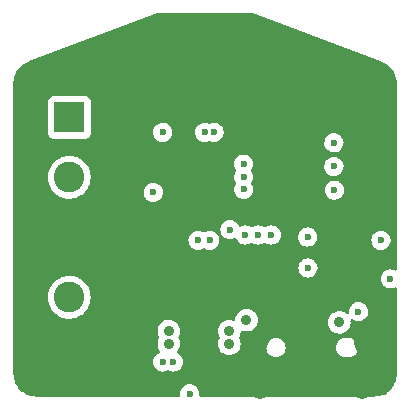
<source format=gbr>
%TF.GenerationSoftware,KiCad,Pcbnew,(6.0.0-0)*%
%TF.CreationDate,2022-12-06T19:34:54+01:00*%
%TF.ProjectId,esp32-led,65737033-322d-46c6-9564-2e6b69636164,rev?*%
%TF.SameCoordinates,Original*%
%TF.FileFunction,Copper,L2,Inr*%
%TF.FilePolarity,Positive*%
%FSLAX46Y46*%
G04 Gerber Fmt 4.6, Leading zero omitted, Abs format (unit mm)*
G04 Created by KiCad (PCBNEW (6.0.0-0)) date 2022-12-06 19:34:54*
%MOMM*%
%LPD*%
G01*
G04 APERTURE LIST*
%TA.AperFunction,ComponentPad*%
%ADD10R,2.600000X2.600000*%
%TD*%
%TA.AperFunction,ComponentPad*%
%ADD11C,2.600000*%
%TD*%
%TA.AperFunction,ComponentPad*%
%ADD12C,0.600000*%
%TD*%
%TA.AperFunction,ComponentPad*%
%ADD13C,4.400000*%
%TD*%
%TA.AperFunction,ComponentPad*%
%ADD14O,1.300000X2.300000*%
%TD*%
%TA.AperFunction,ComponentPad*%
%ADD15O,1.300000X2.600000*%
%TD*%
%TA.AperFunction,ViaPad*%
%ADD16C,0.600000*%
%TD*%
%TA.AperFunction,ViaPad*%
%ADD17C,0.685800*%
%TD*%
%TA.AperFunction,ViaPad*%
%ADD18C,0.889000*%
%TD*%
G04 APERTURE END LIST*
D10*
%TO.N,+5V*%
%TO.C,J2*%
X10795000Y25360000D03*
D11*
%TO.N,GPIO26*%
X10795000Y20280000D03*
%TO.N,GND*%
X10795000Y15200000D03*
%TO.N,+5V*%
X10795000Y10120000D03*
%TO.N,GND*%
X10795000Y5040000D03*
%TD*%
D12*
%TO.N,GND*%
%TO.C,U1*%
X34730000Y13650000D03*
X33980000Y12900000D03*
X33230000Y13650000D03*
X33230000Y12150000D03*
X34730000Y12150000D03*
%TD*%
D13*
%TO.N,GND*%
%TO.C,H1*%
X18300000Y31700000D03*
%TD*%
D14*
%TO.N,GND*%
%TO.C,J1*%
X35620000Y6575000D03*
D15*
X35620000Y2750000D03*
X26980000Y2750000D03*
D14*
X26980000Y6575000D03*
%TD*%
D12*
%TO.N,GND*%
%TO.C,IC1*%
X21925000Y18450000D03*
X20925000Y20450000D03*
X21925000Y19450000D03*
X22925000Y19450000D03*
X21925000Y20450000D03*
X22925000Y20450000D03*
X20925000Y19450000D03*
X20925000Y18450000D03*
X22925000Y18450000D03*
%TD*%
D13*
%TO.N,GND*%
%TO.C,H2*%
X26300000Y31700000D03*
%TD*%
D16*
%TO.N,GND*%
X37400000Y2100000D03*
X19450000Y14800000D03*
X23650000Y3900000D03*
X19450000Y13900000D03*
X37400000Y6750000D03*
X29400000Y13200000D03*
X23650000Y2800000D03*
D17*
X26390000Y27100000D03*
D16*
X29400000Y14000000D03*
X17200000Y4950000D03*
X26250000Y12650000D03*
D17*
X26390000Y25100000D03*
D16*
X37080000Y9800000D03*
%TO.N,EN*%
X18700000Y4650000D03*
X18700000Y24100000D03*
%TO.N,+3V3*%
X25550000Y20325000D03*
X26800000Y15400000D03*
X23050000Y24100000D03*
X37180000Y14950000D03*
X25700000Y15400000D03*
X22250000Y24100000D03*
X24400000Y15850000D03*
X37980000Y11680000D03*
X27900000Y15400000D03*
X17900000Y19000000D03*
X25550000Y21400000D03*
X33200000Y23200000D03*
X25560000Y19275000D03*
X35280000Y8900000D03*
%TO.N,SCL*%
X33250000Y19200000D03*
X21700000Y14950000D03*
%TO.N,SDA*%
X22700000Y14950000D03*
X33200000Y21200000D03*
D18*
%TO.N,+5V*%
X19225000Y7275000D03*
X19225000Y6200000D03*
%TO.N,/5V to 3.3V Power/VBUS*%
X24350000Y7250000D03*
X24350000Y6175000D03*
X33650000Y8000000D03*
X25800000Y8200000D03*
D16*
%TO.N,/USB to UART /RTS*%
X19600000Y4650000D03*
X30975000Y15225000D03*
%TO.N,/USB to UART /DTR*%
X31000000Y12600000D03*
X21000000Y1950000D03*
%TD*%
%TA.AperFunction,Conductor*%
%TO.N,GND*%
G36*
X26000703Y34190500D02*
G01*
X26015504Y34188195D01*
X26015507Y34188195D01*
X26024376Y34186814D01*
X26033278Y34187978D01*
X26033283Y34187978D01*
X26044483Y34189443D01*
X26066510Y34190378D01*
X26103337Y34188713D01*
X26204738Y34184128D01*
X26216057Y34183103D01*
X26346817Y34165267D01*
X26383092Y34160319D01*
X26394288Y34158273D01*
X26558576Y34120511D01*
X26569539Y34117464D01*
X26693994Y34076730D01*
X26716963Y34066579D01*
X26727464Y34060623D01*
X26736199Y34058564D01*
X26736202Y34058563D01*
X26758406Y34053330D01*
X26774061Y34048548D01*
X36638441Y30318732D01*
X37208382Y30103232D01*
X37225976Y30094976D01*
X37246816Y30083156D01*
X37255551Y30081097D01*
X37255554Y30081096D01*
X37263655Y30079187D01*
X37286351Y30071496D01*
X37467181Y29990318D01*
X37480671Y29983253D01*
X37673749Y29866756D01*
X37686288Y29858116D01*
X37863887Y29719190D01*
X37875293Y29709100D01*
X38034843Y29549757D01*
X38044948Y29538365D01*
X38184113Y29360933D01*
X38192769Y29348405D01*
X38309510Y29155489D01*
X38316592Y29142008D01*
X38409208Y28936416D01*
X38414609Y28922188D01*
X38481749Y28706916D01*
X38485395Y28692140D01*
X38526075Y28470340D01*
X38527912Y28455224D01*
X38539453Y28264592D01*
X38538199Y28237947D01*
X38538196Y28237677D01*
X38536814Y28228803D01*
X38537978Y28219901D01*
X38537978Y28219898D01*
X38540936Y28197282D01*
X38542000Y28180944D01*
X38542000Y12510157D01*
X38521998Y12442036D01*
X38468342Y12395543D01*
X38398068Y12385439D01*
X38348487Y12403771D01*
X38347127Y12404634D01*
X38336666Y12411273D01*
X38300486Y12424156D01*
X38172425Y12469757D01*
X38172420Y12469758D01*
X38165790Y12472119D01*
X38158802Y12472952D01*
X38158799Y12472953D01*
X38035698Y12487632D01*
X37985680Y12493596D01*
X37978677Y12492860D01*
X37978676Y12492860D01*
X37812288Y12475372D01*
X37812286Y12475371D01*
X37805288Y12474636D01*
X37633579Y12416182D01*
X37583607Y12385439D01*
X37485095Y12324834D01*
X37485092Y12324832D01*
X37479088Y12321138D01*
X37474053Y12316207D01*
X37474050Y12316205D01*
X37354525Y12199157D01*
X37349493Y12194229D01*
X37251235Y12041762D01*
X37248826Y12035142D01*
X37248824Y12035139D01*
X37191606Y11877934D01*
X37189197Y11871315D01*
X37166463Y11691360D01*
X37184163Y11510840D01*
X37241418Y11338727D01*
X37335380Y11183576D01*
X37461382Y11053098D01*
X37613159Y10953778D01*
X37619763Y10951322D01*
X37619765Y10951321D01*
X37776558Y10893010D01*
X37776560Y10893010D01*
X37783168Y10890552D01*
X37866995Y10879367D01*
X37955980Y10867493D01*
X37955984Y10867493D01*
X37962961Y10866562D01*
X37969972Y10867200D01*
X37969976Y10867200D01*
X38112459Y10880168D01*
X38143600Y10883002D01*
X38150302Y10885180D01*
X38150304Y10885180D01*
X38309409Y10936876D01*
X38309412Y10936877D01*
X38316108Y10939053D01*
X38351484Y10960142D01*
X38420237Y10977841D01*
X38487646Y10955559D01*
X38532309Y10900371D01*
X38542000Y10851912D01*
X38542000Y3749328D01*
X38540500Y3729944D01*
X38536814Y3706270D01*
X38538941Y3690001D01*
X38539734Y3665433D01*
X38525498Y3448234D01*
X38523347Y3431894D01*
X38475735Y3192530D01*
X38471471Y3176617D01*
X38436550Y3073743D01*
X38393023Y2945516D01*
X38386716Y2930290D01*
X38278776Y2711408D01*
X38270535Y2697134D01*
X38134950Y2494217D01*
X38124917Y2481142D01*
X37964002Y2297653D01*
X37952347Y2285998D01*
X37768858Y2125083D01*
X37755783Y2115050D01*
X37552866Y1979465D01*
X37538592Y1971224D01*
X37319710Y1863284D01*
X37304486Y1856978D01*
X37073383Y1778529D01*
X37057473Y1774266D01*
X36937788Y1750459D01*
X36818106Y1726653D01*
X36801766Y1724502D01*
X36591732Y1710736D01*
X36568696Y1711761D01*
X36565146Y1711804D01*
X36556270Y1713186D01*
X36527762Y1709458D01*
X36524749Y1709064D01*
X36508411Y1708000D01*
X21927427Y1708000D01*
X21859306Y1728002D01*
X21812813Y1781658D01*
X21802653Y1851535D01*
X21813299Y1927283D01*
X21813616Y1950000D01*
X21793397Y2130255D01*
X21791080Y2136909D01*
X21736064Y2294894D01*
X21736062Y2294897D01*
X21733745Y2301552D01*
X21637626Y2455376D01*
X21623941Y2469157D01*
X21514778Y2579085D01*
X21514774Y2579088D01*
X21509815Y2584082D01*
X21498697Y2591138D01*
X21450538Y2621700D01*
X21356666Y2681273D01*
X21292841Y2704000D01*
X21192425Y2739757D01*
X21192420Y2739758D01*
X21185790Y2742119D01*
X21178802Y2742952D01*
X21178799Y2742953D01*
X21055698Y2757632D01*
X21005680Y2763596D01*
X20998677Y2762860D01*
X20998676Y2762860D01*
X20832288Y2745372D01*
X20832286Y2745371D01*
X20825288Y2744636D01*
X20653579Y2686182D01*
X20647575Y2682488D01*
X20505095Y2594834D01*
X20505092Y2594832D01*
X20499088Y2591138D01*
X20494053Y2586207D01*
X20494050Y2586205D01*
X20393100Y2487347D01*
X20369493Y2464229D01*
X20271235Y2311762D01*
X20268826Y2305142D01*
X20268824Y2305139D01*
X20211606Y2147934D01*
X20209197Y2141315D01*
X20186463Y1961360D01*
X20190189Y1923363D01*
X20197745Y1846295D01*
X20184485Y1776548D01*
X20135623Y1725041D01*
X20072346Y1708000D01*
X8099328Y1708000D01*
X8079943Y1709500D01*
X8065142Y1711805D01*
X8065139Y1711805D01*
X8056270Y1713186D01*
X8040001Y1711059D01*
X8015433Y1710266D01*
X7798234Y1724502D01*
X7781894Y1726653D01*
X7662212Y1750459D01*
X7542527Y1774266D01*
X7526617Y1778529D01*
X7295514Y1856978D01*
X7280290Y1863284D01*
X7061408Y1971224D01*
X7047134Y1979465D01*
X6844217Y2115050D01*
X6831142Y2125083D01*
X6647653Y2285998D01*
X6635998Y2297653D01*
X6475083Y2481142D01*
X6465050Y2494217D01*
X6329465Y2697134D01*
X6321224Y2711408D01*
X6213284Y2930290D01*
X6206977Y2945516D01*
X6163450Y3073743D01*
X6128529Y3176617D01*
X6124265Y3192530D01*
X6076653Y3431894D01*
X6074502Y3448234D01*
X6060974Y3654624D01*
X6062147Y3677782D01*
X6061829Y3677811D01*
X6062264Y3682667D01*
X6063071Y3687461D01*
X6063224Y3700000D01*
X6059273Y3727588D01*
X6058000Y3745451D01*
X6058000Y4661360D01*
X17886463Y4661360D01*
X17904163Y4480840D01*
X17961418Y4308727D01*
X17965065Y4302705D01*
X17965066Y4302703D01*
X17975978Y4284686D01*
X18055380Y4153576D01*
X18181382Y4023098D01*
X18187278Y4019240D01*
X18312607Y3937227D01*
X18333159Y3923778D01*
X18339763Y3921322D01*
X18339765Y3921321D01*
X18496558Y3863010D01*
X18496560Y3863010D01*
X18503168Y3860552D01*
X18586995Y3849367D01*
X18675980Y3837493D01*
X18675984Y3837493D01*
X18682961Y3836562D01*
X18689972Y3837200D01*
X18689976Y3837200D01*
X18832459Y3850168D01*
X18863600Y3853002D01*
X18870302Y3855180D01*
X18870304Y3855180D01*
X19029409Y3906876D01*
X19029412Y3906877D01*
X19036108Y3909053D01*
X19083370Y3937227D01*
X19152125Y3954927D01*
X19216881Y3934430D01*
X19233159Y3923778D01*
X19239763Y3921322D01*
X19239765Y3921321D01*
X19396558Y3863010D01*
X19396560Y3863010D01*
X19403168Y3860552D01*
X19486995Y3849367D01*
X19575980Y3837493D01*
X19575984Y3837493D01*
X19582961Y3836562D01*
X19589972Y3837200D01*
X19589976Y3837200D01*
X19732459Y3850168D01*
X19763600Y3853002D01*
X19770302Y3855180D01*
X19770304Y3855180D01*
X19929409Y3906876D01*
X19929412Y3906877D01*
X19936108Y3909053D01*
X20091912Y4001931D01*
X20223266Y4127018D01*
X20323643Y4278098D01*
X20388055Y4447662D01*
X20389035Y4454634D01*
X20412748Y4623361D01*
X20412748Y4623364D01*
X20413299Y4627283D01*
X20413616Y4650000D01*
X20393397Y4830255D01*
X20391080Y4836909D01*
X20336064Y4994894D01*
X20336062Y4994897D01*
X20333745Y5001552D01*
X20299346Y5056603D01*
X20241359Y5149402D01*
X20237626Y5155376D01*
X20223941Y5169157D01*
X20114778Y5279085D01*
X20114774Y5279088D01*
X20109815Y5284082D01*
X20098697Y5291138D01*
X19964011Y5376612D01*
X19917212Y5430001D01*
X19906707Y5500216D01*
X19936143Y5565327D01*
X20007507Y5648002D01*
X20099821Y5810505D01*
X20114091Y5853400D01*
X20148551Y5956991D01*
X20158814Y5987843D01*
X20165709Y6042425D01*
X20181796Y6169759D01*
X20181797Y6169768D01*
X20182238Y6173262D01*
X20182449Y6188370D01*
X23392482Y6188370D01*
X23392998Y6182226D01*
X23406813Y6017712D01*
X23408121Y6002133D01*
X23459636Y5822480D01*
X23545064Y5656254D01*
X23548887Y5651430D01*
X23548890Y5651426D01*
X23584351Y5606686D01*
X23661152Y5509788D01*
X23665846Y5505793D01*
X23767189Y5419543D01*
X23803478Y5388658D01*
X23966621Y5297481D01*
X24144367Y5239728D01*
X24329945Y5217599D01*
X24336080Y5218071D01*
X24336082Y5218071D01*
X24392119Y5222383D01*
X24516287Y5231937D01*
X24696296Y5282196D01*
X24701785Y5284969D01*
X24701791Y5284971D01*
X24811094Y5340185D01*
X24863114Y5366462D01*
X24876106Y5376612D01*
X24931054Y5419543D01*
X25010387Y5481525D01*
X25014413Y5486189D01*
X25014416Y5486192D01*
X25128480Y5618337D01*
X25132507Y5623002D01*
X25224821Y5785505D01*
X25231356Y5805148D01*
X25248166Y5855680D01*
X27486404Y5855680D01*
X27487140Y5848677D01*
X27487140Y5848676D01*
X27487842Y5842003D01*
X27505364Y5675288D01*
X27563818Y5503579D01*
X27567512Y5497575D01*
X27645841Y5370254D01*
X27658862Y5349088D01*
X27663793Y5344053D01*
X27663795Y5344050D01*
X27725988Y5280541D01*
X27785771Y5219493D01*
X27938238Y5121235D01*
X27944858Y5118826D01*
X27944861Y5118824D01*
X28102066Y5061606D01*
X28108685Y5059197D01*
X28248769Y5041500D01*
X28345610Y5041500D01*
X28480255Y5056603D01*
X28494622Y5061606D01*
X28644894Y5113936D01*
X28644897Y5113938D01*
X28651552Y5116255D01*
X28659522Y5121235D01*
X28799402Y5208641D01*
X28805376Y5212374D01*
X28826744Y5233593D01*
X28929085Y5335222D01*
X28929088Y5335226D01*
X28934082Y5340185D01*
X28963273Y5386182D01*
X29021371Y5477731D01*
X29031273Y5493334D01*
X29071636Y5606686D01*
X29089757Y5657575D01*
X29089758Y5657580D01*
X29092119Y5664210D01*
X29094152Y5681254D01*
X29112762Y5837327D01*
X29113596Y5844320D01*
X29112402Y5855680D01*
X33361404Y5855680D01*
X33362140Y5848677D01*
X33362140Y5848676D01*
X33362842Y5842003D01*
X33380364Y5675288D01*
X33438818Y5503579D01*
X33442512Y5497575D01*
X33520841Y5370254D01*
X33533862Y5349088D01*
X33538793Y5344053D01*
X33538795Y5344050D01*
X33600988Y5280541D01*
X33660771Y5219493D01*
X33813238Y5121235D01*
X33819858Y5118826D01*
X33819861Y5118824D01*
X33977066Y5061606D01*
X33983685Y5059197D01*
X34123769Y5041500D01*
X34470610Y5041500D01*
X34605255Y5056603D01*
X34619622Y5061606D01*
X34769894Y5113936D01*
X34769897Y5113938D01*
X34776552Y5116255D01*
X34784522Y5121235D01*
X34924402Y5208641D01*
X34930376Y5212374D01*
X34951744Y5233593D01*
X35054085Y5335222D01*
X35054088Y5335226D01*
X35059082Y5340185D01*
X35088273Y5386182D01*
X35146371Y5477731D01*
X35156273Y5493334D01*
X35196636Y5606686D01*
X35214757Y5657575D01*
X35214758Y5657580D01*
X35217119Y5664210D01*
X35219152Y5681254D01*
X35237762Y5837327D01*
X35238596Y5844320D01*
X35226139Y5962843D01*
X35220372Y6017712D01*
X35220371Y6017714D01*
X35219636Y6024712D01*
X35161182Y6196421D01*
X35066138Y6350912D01*
X35061207Y6355947D01*
X35061205Y6355950D01*
X34944157Y6475475D01*
X34944156Y6475476D01*
X34939229Y6480507D01*
X34786762Y6578765D01*
X34780142Y6581174D01*
X34780139Y6581176D01*
X34622934Y6638394D01*
X34622933Y6638394D01*
X34616315Y6640803D01*
X34476231Y6658500D01*
X34129390Y6658500D01*
X33994745Y6643397D01*
X33988092Y6641080D01*
X33988091Y6641080D01*
X33830106Y6586064D01*
X33830103Y6586062D01*
X33823448Y6583745D01*
X33817469Y6580009D01*
X33783875Y6559017D01*
X33669624Y6487626D01*
X33664628Y6482665D01*
X33664627Y6482664D01*
X33545915Y6364778D01*
X33545912Y6364774D01*
X33540918Y6359815D01*
X33443727Y6206666D01*
X33441362Y6200024D01*
X33385243Y6042425D01*
X33385242Y6042420D01*
X33382881Y6035790D01*
X33382048Y6028802D01*
X33382047Y6028799D01*
X33373485Y5956991D01*
X33361404Y5855680D01*
X29112402Y5855680D01*
X29101139Y5962843D01*
X29095372Y6017712D01*
X29095371Y6017714D01*
X29094636Y6024712D01*
X29036182Y6196421D01*
X28941138Y6350912D01*
X28936207Y6355947D01*
X28936205Y6355950D01*
X28819157Y6475475D01*
X28819156Y6475476D01*
X28814229Y6480507D01*
X28661762Y6578765D01*
X28655142Y6581174D01*
X28655139Y6581176D01*
X28497934Y6638394D01*
X28497933Y6638394D01*
X28491315Y6640803D01*
X28351231Y6658500D01*
X28254390Y6658500D01*
X28119745Y6643397D01*
X28113092Y6641080D01*
X28113091Y6641080D01*
X27955106Y6586064D01*
X27955103Y6586062D01*
X27948448Y6583745D01*
X27942469Y6580009D01*
X27908875Y6559017D01*
X27794624Y6487626D01*
X27789628Y6482665D01*
X27789627Y6482664D01*
X27670915Y6364778D01*
X27670912Y6364774D01*
X27665918Y6359815D01*
X27568727Y6206666D01*
X27566362Y6200024D01*
X27510243Y6042425D01*
X27510242Y6042420D01*
X27507881Y6035790D01*
X27507048Y6028802D01*
X27507047Y6028799D01*
X27498485Y5956991D01*
X27486404Y5855680D01*
X25248166Y5855680D01*
X25281867Y5956991D01*
X25283814Y5962843D01*
X25292472Y6031376D01*
X25306796Y6144759D01*
X25306797Y6144768D01*
X25307238Y6148262D01*
X25307611Y6175000D01*
X25289373Y6361001D01*
X25285419Y6374099D01*
X25252140Y6484323D01*
X25235355Y6539917D01*
X25174734Y6653930D01*
X25160415Y6723468D01*
X25176429Y6775319D01*
X25221778Y6855148D01*
X25221779Y6855149D01*
X25224821Y6860505D01*
X25231356Y6880148D01*
X25281867Y7031991D01*
X25283814Y7037843D01*
X25304502Y7201602D01*
X25332884Y7266679D01*
X25391944Y7306080D01*
X25468443Y7305643D01*
X25594367Y7264728D01*
X25779945Y7242599D01*
X25786080Y7243071D01*
X25786082Y7243071D01*
X25853543Y7248262D01*
X25966287Y7256937D01*
X26146296Y7307196D01*
X26151785Y7309969D01*
X26151791Y7309971D01*
X26229159Y7349053D01*
X26313114Y7391462D01*
X26460387Y7506525D01*
X26464413Y7511189D01*
X26464416Y7511192D01*
X26578480Y7643337D01*
X26582507Y7648002D01*
X26661947Y7787843D01*
X26671778Y7805148D01*
X26671779Y7805149D01*
X26674821Y7810505D01*
X26678225Y7820736D01*
X26717250Y7938050D01*
X26733814Y7987843D01*
X26737039Y8013370D01*
X32692482Y8013370D01*
X32708121Y7827133D01*
X32709819Y7821212D01*
X32709819Y7821211D01*
X32716047Y7799493D01*
X32759636Y7647480D01*
X32781392Y7605148D01*
X32832077Y7506525D01*
X32845064Y7481254D01*
X32848887Y7476430D01*
X32848890Y7476426D01*
X32918433Y7388686D01*
X32961152Y7334788D01*
X32965846Y7330793D01*
X33060777Y7250000D01*
X33103478Y7213658D01*
X33266621Y7122481D01*
X33444367Y7064728D01*
X33629945Y7042599D01*
X33636080Y7043071D01*
X33636082Y7043071D01*
X33692119Y7047383D01*
X33816287Y7056937D01*
X33996296Y7107196D01*
X34001785Y7109969D01*
X34001791Y7109971D01*
X34079159Y7149053D01*
X34163114Y7191462D01*
X34191524Y7213658D01*
X34229499Y7243328D01*
X34310387Y7306525D01*
X34314413Y7311189D01*
X34314416Y7311192D01*
X34428480Y7443337D01*
X34432507Y7448002D01*
X34524821Y7610505D01*
X34532643Y7634017D01*
X34581867Y7781991D01*
X34583814Y7787843D01*
X34589553Y7833273D01*
X34606796Y7969759D01*
X34606797Y7969768D01*
X34607238Y7973262D01*
X34607611Y8000000D01*
X34594117Y8137619D01*
X34607376Y8207367D01*
X34656239Y8258874D01*
X34725191Y8275787D01*
X34788508Y8255347D01*
X34823288Y8232588D01*
X34895911Y8185065D01*
X34913159Y8173778D01*
X34919763Y8171322D01*
X34919765Y8171321D01*
X35076558Y8113010D01*
X35076560Y8113010D01*
X35083168Y8110552D01*
X35166995Y8099367D01*
X35255980Y8087493D01*
X35255984Y8087493D01*
X35262961Y8086562D01*
X35269972Y8087200D01*
X35269976Y8087200D01*
X35412459Y8100168D01*
X35443600Y8103002D01*
X35450302Y8105180D01*
X35450304Y8105180D01*
X35609409Y8156876D01*
X35609412Y8156877D01*
X35616108Y8159053D01*
X35771912Y8251931D01*
X35903266Y8377018D01*
X36003643Y8528098D01*
X36045423Y8638083D01*
X36065555Y8691080D01*
X36065556Y8691082D01*
X36068055Y8697662D01*
X36074139Y8740950D01*
X36092748Y8873361D01*
X36092748Y8873364D01*
X36093299Y8877283D01*
X36093616Y8900000D01*
X36073397Y9080255D01*
X36071080Y9086909D01*
X36016064Y9244894D01*
X36016062Y9244897D01*
X36013745Y9251552D01*
X35917626Y9405376D01*
X35903941Y9419157D01*
X35794778Y9529085D01*
X35794774Y9529088D01*
X35789815Y9534082D01*
X35778697Y9541138D01*
X35730538Y9571700D01*
X35636666Y9631273D01*
X35607463Y9641672D01*
X35472425Y9689757D01*
X35472420Y9689758D01*
X35465790Y9692119D01*
X35458802Y9692952D01*
X35458799Y9692953D01*
X35335698Y9707632D01*
X35285680Y9713596D01*
X35278677Y9712860D01*
X35278676Y9712860D01*
X35112288Y9695372D01*
X35112286Y9695371D01*
X35105288Y9694636D01*
X34933579Y9636182D01*
X34927575Y9632488D01*
X34785095Y9544834D01*
X34785092Y9544832D01*
X34779088Y9541138D01*
X34774053Y9536207D01*
X34774050Y9536205D01*
X34736795Y9499722D01*
X34649493Y9414229D01*
X34551235Y9261762D01*
X34548826Y9255142D01*
X34548824Y9255139D01*
X34506442Y9138696D01*
X34489197Y9091315D01*
X34466463Y8911360D01*
X34469265Y8882786D01*
X34473969Y8834805D01*
X34460709Y8765058D01*
X34411846Y8713551D01*
X34342894Y8696638D01*
X34275743Y8719688D01*
X34268255Y8725425D01*
X34261710Y8730840D01*
X34220347Y8765058D01*
X34190239Y8789966D01*
X34190236Y8789968D01*
X34185489Y8793895D01*
X34021089Y8882786D01*
X33906188Y8918354D01*
X33848441Y8936230D01*
X33848438Y8936231D01*
X33842554Y8938052D01*
X33836429Y8938696D01*
X33836428Y8938696D01*
X33662813Y8956944D01*
X33662812Y8956944D01*
X33656685Y8957588D01*
X33538087Y8946794D01*
X33476703Y8941208D01*
X33476702Y8941208D01*
X33470562Y8940649D01*
X33464648Y8938908D01*
X33464646Y8938908D01*
X33371047Y8911360D01*
X33291273Y8887881D01*
X33285808Y8885024D01*
X33180529Y8829986D01*
X33125647Y8801295D01*
X32979995Y8684187D01*
X32859862Y8541019D01*
X32856899Y8535630D01*
X32856896Y8535625D01*
X32786229Y8407081D01*
X32769826Y8377243D01*
X32767965Y8371376D01*
X32767964Y8371374D01*
X32765916Y8364917D01*
X32713315Y8199099D01*
X32692482Y8013370D01*
X26737039Y8013370D01*
X26741830Y8051295D01*
X26756796Y8169759D01*
X26756797Y8169768D01*
X26757238Y8173262D01*
X26757611Y8200000D01*
X26739373Y8386001D01*
X26735419Y8399099D01*
X26701530Y8511343D01*
X26685355Y8564917D01*
X26597615Y8729934D01*
X26592974Y8735625D01*
X26483388Y8869990D01*
X26483385Y8869993D01*
X26479493Y8874765D01*
X26474744Y8878694D01*
X26340239Y8989966D01*
X26340236Y8989968D01*
X26335489Y8993895D01*
X26171089Y9082786D01*
X26081821Y9110419D01*
X25998441Y9136230D01*
X25998438Y9136231D01*
X25992554Y9138052D01*
X25986429Y9138696D01*
X25986428Y9138696D01*
X25812813Y9156944D01*
X25812812Y9156944D01*
X25806685Y9157588D01*
X25688087Y9146794D01*
X25626703Y9141208D01*
X25626702Y9141208D01*
X25620562Y9140649D01*
X25614648Y9138908D01*
X25614646Y9138908D01*
X25492466Y9102948D01*
X25441273Y9087881D01*
X25275647Y9001295D01*
X25129995Y8884187D01*
X25009862Y8741019D01*
X25006899Y8735630D01*
X25006896Y8735625D01*
X24963017Y8655808D01*
X24919826Y8577243D01*
X24917965Y8571376D01*
X24917964Y8571374D01*
X24904236Y8528098D01*
X24863315Y8399099D01*
X24860838Y8377018D01*
X24846650Y8250531D01*
X24819179Y8185065D01*
X24760675Y8144843D01*
X24684178Y8144212D01*
X24542554Y8188052D01*
X24536429Y8188696D01*
X24536428Y8188696D01*
X24362813Y8206944D01*
X24362812Y8206944D01*
X24356685Y8207588D01*
X24238087Y8196794D01*
X24176703Y8191208D01*
X24176702Y8191208D01*
X24170562Y8190649D01*
X24164648Y8188908D01*
X24164646Y8188908D01*
X24099584Y8169759D01*
X23991273Y8137881D01*
X23985808Y8135024D01*
X23851798Y8064966D01*
X23825647Y8051295D01*
X23679995Y7934187D01*
X23559862Y7791019D01*
X23556899Y7785630D01*
X23556896Y7785625D01*
X23486536Y7657638D01*
X23469826Y7627243D01*
X23413315Y7449099D01*
X23392482Y7263370D01*
X23392998Y7257226D01*
X23406022Y7102133D01*
X23408121Y7077133D01*
X23459636Y6897480D01*
X23478638Y6860505D01*
X23525637Y6769054D01*
X23538984Y6699323D01*
X23523985Y6650760D01*
X23472794Y6557643D01*
X23472792Y6557638D01*
X23469826Y6552243D01*
X23413315Y6374099D01*
X23392482Y6188370D01*
X20182449Y6188370D01*
X20182611Y6200000D01*
X20164373Y6386001D01*
X20160419Y6399099D01*
X20134688Y6484323D01*
X20110355Y6564917D01*
X20049734Y6678930D01*
X20035415Y6748468D01*
X20051429Y6800319D01*
X20096778Y6880148D01*
X20096779Y6880149D01*
X20099821Y6885505D01*
X20114091Y6928400D01*
X20148551Y7031991D01*
X20158814Y7062843D01*
X20174712Y7188686D01*
X20181796Y7244759D01*
X20181797Y7244768D01*
X20182238Y7248262D01*
X20182611Y7275000D01*
X20164373Y7461001D01*
X20160419Y7474099D01*
X20115953Y7621374D01*
X20110355Y7639917D01*
X20022615Y7804934D01*
X20018720Y7809710D01*
X19908388Y7944990D01*
X19908385Y7944993D01*
X19904493Y7949765D01*
X19899744Y7953694D01*
X19765239Y8064966D01*
X19765236Y8064968D01*
X19760489Y8068895D01*
X19596089Y8157786D01*
X19496235Y8188696D01*
X19423441Y8211230D01*
X19423438Y8211231D01*
X19417554Y8213052D01*
X19411429Y8213696D01*
X19411428Y8213696D01*
X19237813Y8231944D01*
X19237812Y8231944D01*
X19231685Y8232588D01*
X19113087Y8221794D01*
X19051703Y8216208D01*
X19051702Y8216208D01*
X19045562Y8215649D01*
X19039648Y8213908D01*
X19039646Y8213908D01*
X18944827Y8186001D01*
X18866273Y8162881D01*
X18860808Y8160024D01*
X18721507Y8087200D01*
X18700647Y8076295D01*
X18554995Y7959187D01*
X18434862Y7816019D01*
X18431899Y7810630D01*
X18431896Y7810625D01*
X18416155Y7781991D01*
X18344826Y7652243D01*
X18342965Y7646376D01*
X18342964Y7646374D01*
X18340916Y7639917D01*
X18288315Y7474099D01*
X18267482Y7288370D01*
X18267998Y7282226D01*
X18282463Y7109971D01*
X18283121Y7102133D01*
X18334636Y6922480D01*
X18353638Y6885505D01*
X18400637Y6794054D01*
X18413984Y6724323D01*
X18398985Y6675760D01*
X18347794Y6582643D01*
X18347792Y6582638D01*
X18344826Y6577243D01*
X18288315Y6399099D01*
X18267482Y6213370D01*
X18267998Y6207226D01*
X18281837Y6042425D01*
X18283121Y6027133D01*
X18334636Y5847480D01*
X18420064Y5681254D01*
X18423887Y5676430D01*
X18423890Y5676426D01*
X18479166Y5606686D01*
X18505804Y5540876D01*
X18492633Y5471111D01*
X18443836Y5419543D01*
X18421027Y5409143D01*
X18353579Y5386182D01*
X18303048Y5355095D01*
X18205095Y5294834D01*
X18205092Y5294832D01*
X18199088Y5291138D01*
X18194053Y5286207D01*
X18194050Y5286205D01*
X18118657Y5212374D01*
X18069493Y5164229D01*
X17971235Y5011762D01*
X17968826Y5005142D01*
X17968824Y5005139D01*
X17911606Y4847934D01*
X17909197Y4841315D01*
X17886463Y4661360D01*
X6058000Y4661360D01*
X6058000Y10167474D01*
X8982050Y10167474D01*
X8994947Y9898981D01*
X9047388Y9635344D01*
X9138220Y9382354D01*
X9140432Y9378238D01*
X9140433Y9378235D01*
X9206844Y9254639D01*
X9265450Y9145569D01*
X9268241Y9141832D01*
X9268245Y9141825D01*
X9349887Y9032494D01*
X9426281Y8930190D01*
X9429590Y8926910D01*
X9429595Y8926904D01*
X9612352Y8745736D01*
X9617180Y8740950D01*
X9620942Y8738192D01*
X9620945Y8738189D01*
X9707445Y8674765D01*
X9833954Y8582005D01*
X9838089Y8579829D01*
X9838093Y8579827D01*
X10067698Y8459025D01*
X10071840Y8456846D01*
X10214346Y8407081D01*
X10316596Y8371374D01*
X10325613Y8368225D01*
X10330206Y8367353D01*
X10585109Y8318958D01*
X10585112Y8318958D01*
X10589698Y8318087D01*
X10717370Y8313071D01*
X10853625Y8307717D01*
X10853630Y8307717D01*
X10858293Y8307534D01*
X10962607Y8318958D01*
X11120844Y8336287D01*
X11120850Y8336288D01*
X11125497Y8336797D01*
X11232304Y8364917D01*
X11380918Y8404044D01*
X11380920Y8404045D01*
X11385441Y8405235D01*
X11389738Y8407081D01*
X11628120Y8509498D01*
X11628122Y8509499D01*
X11632414Y8511343D01*
X11751071Y8584770D01*
X11857017Y8650331D01*
X11857021Y8650334D01*
X11860990Y8652790D01*
X12066149Y8826470D01*
X12243382Y9028566D01*
X12276630Y9080255D01*
X12386269Y9250709D01*
X12388797Y9254639D01*
X12499199Y9499722D01*
X12536967Y9633638D01*
X12570893Y9753928D01*
X12570894Y9753931D01*
X12572163Y9758432D01*
X12590043Y9898981D01*
X12605688Y10021955D01*
X12605688Y10021959D01*
X12606086Y10025085D01*
X12608571Y10120000D01*
X12588650Y10388063D01*
X12529327Y10650237D01*
X12431902Y10900762D01*
X12298518Y11134136D01*
X12132105Y11345231D01*
X11936317Y11529409D01*
X11715457Y11682626D01*
X11711264Y11684694D01*
X11478564Y11799449D01*
X11478561Y11799450D01*
X11474376Y11801514D01*
X11469728Y11803002D01*
X11372621Y11834086D01*
X11218370Y11883462D01*
X11213763Y11884212D01*
X11213760Y11884213D01*
X10957674Y11925919D01*
X10957675Y11925919D01*
X10953063Y11926670D01*
X10822719Y11928376D01*
X10688961Y11930127D01*
X10688958Y11930127D01*
X10684284Y11930188D01*
X10417937Y11893940D01*
X10413451Y11892632D01*
X10413449Y11892632D01*
X10362000Y11877636D01*
X10159874Y11818722D01*
X9915763Y11706185D01*
X9911854Y11703622D01*
X9694881Y11561369D01*
X9694876Y11561365D01*
X9690968Y11558803D01*
X9490426Y11379812D01*
X9458615Y11341563D01*
X9327219Y11183576D01*
X9318544Y11173146D01*
X9316121Y11169153D01*
X9185428Y10953778D01*
X9179096Y10943344D01*
X9177287Y10939030D01*
X9177285Y10939026D01*
X9076957Y10699769D01*
X9075148Y10695455D01*
X9008981Y10434923D01*
X8982050Y10167474D01*
X6058000Y10167474D01*
X6058000Y12611360D01*
X30186463Y12611360D01*
X30204163Y12430840D01*
X30261418Y12258727D01*
X30265065Y12252705D01*
X30265066Y12252703D01*
X30304066Y12188307D01*
X30355380Y12103576D01*
X30481382Y11973098D01*
X30553479Y11925919D01*
X30617213Y11884213D01*
X30633159Y11873778D01*
X30639763Y11871322D01*
X30639765Y11871321D01*
X30796558Y11813010D01*
X30796560Y11813010D01*
X30803168Y11810552D01*
X30886379Y11799449D01*
X30975980Y11787493D01*
X30975984Y11787493D01*
X30982961Y11786562D01*
X30989972Y11787200D01*
X30989976Y11787200D01*
X31147250Y11801514D01*
X31163600Y11803002D01*
X31170302Y11805180D01*
X31170304Y11805180D01*
X31329409Y11856876D01*
X31329412Y11856877D01*
X31336108Y11859053D01*
X31448277Y11925919D01*
X31485860Y11948323D01*
X31485862Y11948324D01*
X31491912Y11951931D01*
X31623266Y12077018D01*
X31723643Y12228098D01*
X31788055Y12397662D01*
X31790977Y12418453D01*
X31812748Y12573361D01*
X31812748Y12573364D01*
X31813299Y12577283D01*
X31813616Y12600000D01*
X31793397Y12780255D01*
X31791080Y12786909D01*
X31736064Y12944894D01*
X31736062Y12944897D01*
X31733745Y12951552D01*
X31637626Y13105376D01*
X31623941Y13119157D01*
X31514778Y13229085D01*
X31514774Y13229088D01*
X31509815Y13234082D01*
X31498697Y13241138D01*
X31450538Y13271700D01*
X31356666Y13331273D01*
X31327463Y13341672D01*
X31192425Y13389757D01*
X31192420Y13389758D01*
X31185790Y13392119D01*
X31178802Y13392952D01*
X31178799Y13392953D01*
X31055698Y13407632D01*
X31005680Y13413596D01*
X30998677Y13412860D01*
X30998676Y13412860D01*
X30832288Y13395372D01*
X30832286Y13395371D01*
X30825288Y13394636D01*
X30653579Y13336182D01*
X30647575Y13332488D01*
X30505095Y13244834D01*
X30505092Y13244832D01*
X30499088Y13241138D01*
X30494053Y13236207D01*
X30494050Y13236205D01*
X30374525Y13119157D01*
X30369493Y13114229D01*
X30271235Y12961762D01*
X30268826Y12955142D01*
X30268824Y12955139D01*
X30211606Y12797934D01*
X30209197Y12791315D01*
X30186463Y12611360D01*
X6058000Y12611360D01*
X6058000Y14961360D01*
X20886463Y14961360D01*
X20904163Y14780840D01*
X20961418Y14608727D01*
X20965065Y14602705D01*
X20965066Y14602703D01*
X21036923Y14484053D01*
X21055380Y14453576D01*
X21060269Y14448513D01*
X21060270Y14448512D01*
X21095953Y14411562D01*
X21181382Y14323098D01*
X21333159Y14223778D01*
X21339763Y14221322D01*
X21339765Y14221321D01*
X21496558Y14163010D01*
X21496560Y14163010D01*
X21503168Y14160552D01*
X21586995Y14149367D01*
X21675980Y14137493D01*
X21675984Y14137493D01*
X21682961Y14136562D01*
X21689972Y14137200D01*
X21689976Y14137200D01*
X21832459Y14150168D01*
X21863600Y14153002D01*
X21870302Y14155180D01*
X21870304Y14155180D01*
X22029409Y14206876D01*
X22029412Y14206877D01*
X22036108Y14209053D01*
X22135701Y14268423D01*
X22204454Y14286122D01*
X22269211Y14265625D01*
X22333159Y14223778D01*
X22339763Y14221322D01*
X22339765Y14221321D01*
X22496558Y14163010D01*
X22496560Y14163010D01*
X22503168Y14160552D01*
X22586995Y14149367D01*
X22675980Y14137493D01*
X22675984Y14137493D01*
X22682961Y14136562D01*
X22689972Y14137200D01*
X22689976Y14137200D01*
X22832459Y14150168D01*
X22863600Y14153002D01*
X22870302Y14155180D01*
X22870304Y14155180D01*
X23029409Y14206876D01*
X23029412Y14206877D01*
X23036108Y14209053D01*
X23191912Y14301931D01*
X23323266Y14427018D01*
X23423643Y14578098D01*
X23470716Y14702018D01*
X23485555Y14741080D01*
X23485556Y14741082D01*
X23488055Y14747662D01*
X23491630Y14773098D01*
X23512748Y14923361D01*
X23512748Y14923364D01*
X23513299Y14927283D01*
X23513616Y14950000D01*
X23493397Y15130255D01*
X23491080Y15136909D01*
X23436064Y15294894D01*
X23436062Y15294897D01*
X23433745Y15301552D01*
X23388874Y15373361D01*
X23341359Y15449402D01*
X23337626Y15455376D01*
X23323941Y15469157D01*
X23214778Y15579085D01*
X23214774Y15579088D01*
X23209815Y15584082D01*
X23198935Y15590987D01*
X23150538Y15621700D01*
X23056666Y15681273D01*
X23027463Y15691672D01*
X22892425Y15739757D01*
X22892420Y15739758D01*
X22885790Y15742119D01*
X22878802Y15742952D01*
X22878799Y15742953D01*
X22755698Y15757632D01*
X22705680Y15763596D01*
X22698677Y15762860D01*
X22698676Y15762860D01*
X22532288Y15745372D01*
X22532286Y15745371D01*
X22525288Y15744636D01*
X22353579Y15686182D01*
X22265946Y15632269D01*
X22197447Y15613612D01*
X22132412Y15633203D01*
X22062620Y15677495D01*
X22062616Y15677497D01*
X22056666Y15681273D01*
X22027463Y15691672D01*
X21892425Y15739757D01*
X21892420Y15739758D01*
X21885790Y15742119D01*
X21878802Y15742952D01*
X21878799Y15742953D01*
X21755698Y15757632D01*
X21705680Y15763596D01*
X21698677Y15762860D01*
X21698676Y15762860D01*
X21532288Y15745372D01*
X21532286Y15745371D01*
X21525288Y15744636D01*
X21353579Y15686182D01*
X21347575Y15682488D01*
X21205095Y15594834D01*
X21205092Y15594832D01*
X21199088Y15591138D01*
X21194053Y15586207D01*
X21194050Y15586205D01*
X21108781Y15502703D01*
X21069493Y15464229D01*
X20971235Y15311762D01*
X20968826Y15305142D01*
X20968824Y15305139D01*
X20929960Y15198361D01*
X20909197Y15141315D01*
X20886463Y14961360D01*
X6058000Y14961360D01*
X6058000Y15861360D01*
X23586463Y15861360D01*
X23604163Y15680840D01*
X23661418Y15508727D01*
X23665065Y15502705D01*
X23665066Y15502703D01*
X23741023Y15377283D01*
X23755380Y15353576D01*
X23760269Y15348513D01*
X23760270Y15348512D01*
X23799845Y15307531D01*
X23881382Y15223098D01*
X23930311Y15191080D01*
X24019730Y15132566D01*
X24033159Y15123778D01*
X24039763Y15121322D01*
X24039765Y15121321D01*
X24196558Y15063010D01*
X24196560Y15063010D01*
X24203168Y15060552D01*
X24286995Y15049367D01*
X24375980Y15037493D01*
X24375984Y15037493D01*
X24382961Y15036562D01*
X24389972Y15037200D01*
X24389976Y15037200D01*
X24532459Y15050168D01*
X24563600Y15053002D01*
X24570302Y15055180D01*
X24570304Y15055180D01*
X24729409Y15106876D01*
X24729412Y15106877D01*
X24736108Y15109053D01*
X24775552Y15132567D01*
X24844305Y15150267D01*
X24911715Y15127986D01*
X24956378Y15072798D01*
X24958913Y15066021D01*
X24959194Y15065413D01*
X24961418Y15058727D01*
X24965065Y15052705D01*
X24965066Y15052703D01*
X25041023Y14927283D01*
X25055380Y14903576D01*
X25181382Y14773098D01*
X25333159Y14673778D01*
X25339763Y14671322D01*
X25339765Y14671321D01*
X25496558Y14613010D01*
X25496560Y14613010D01*
X25503168Y14610552D01*
X25586995Y14599367D01*
X25675980Y14587493D01*
X25675984Y14587493D01*
X25682961Y14586562D01*
X25689972Y14587200D01*
X25689976Y14587200D01*
X25832459Y14600168D01*
X25863600Y14603002D01*
X25870302Y14605180D01*
X25870304Y14605180D01*
X26029409Y14656876D01*
X26029412Y14656877D01*
X26036108Y14659053D01*
X26188031Y14749618D01*
X26256784Y14767317D01*
X26321538Y14746821D01*
X26433159Y14673778D01*
X26439763Y14671322D01*
X26439765Y14671321D01*
X26596558Y14613010D01*
X26596560Y14613010D01*
X26603168Y14610552D01*
X26686995Y14599367D01*
X26775980Y14587493D01*
X26775984Y14587493D01*
X26782961Y14586562D01*
X26789972Y14587200D01*
X26789976Y14587200D01*
X26932459Y14600168D01*
X26963600Y14603002D01*
X26970302Y14605180D01*
X26970304Y14605180D01*
X27129409Y14656876D01*
X27129412Y14656877D01*
X27136108Y14659053D01*
X27288031Y14749618D01*
X27356784Y14767317D01*
X27421538Y14746821D01*
X27533159Y14673778D01*
X27539763Y14671322D01*
X27539765Y14671321D01*
X27696558Y14613010D01*
X27696560Y14613010D01*
X27703168Y14610552D01*
X27786995Y14599367D01*
X27875980Y14587493D01*
X27875984Y14587493D01*
X27882961Y14586562D01*
X27889972Y14587200D01*
X27889976Y14587200D01*
X28032459Y14600168D01*
X28063600Y14603002D01*
X28070302Y14605180D01*
X28070304Y14605180D01*
X28229409Y14656876D01*
X28229412Y14656877D01*
X28236108Y14659053D01*
X28352734Y14728576D01*
X28385860Y14748323D01*
X28385862Y14748324D01*
X28391912Y14751931D01*
X28523266Y14877018D01*
X28623643Y15028098D01*
X28688055Y15197662D01*
X28693494Y15236360D01*
X30161463Y15236360D01*
X30179163Y15055840D01*
X30236418Y14883727D01*
X30240065Y14877705D01*
X30240066Y14877703D01*
X30316236Y14751931D01*
X30330380Y14728576D01*
X30335269Y14723513D01*
X30335270Y14723512D01*
X30383298Y14673778D01*
X30456382Y14598098D01*
X30608159Y14498778D01*
X30614763Y14496322D01*
X30614765Y14496321D01*
X30771558Y14438010D01*
X30771560Y14438010D01*
X30778168Y14435552D01*
X30861995Y14424367D01*
X30950980Y14412493D01*
X30950984Y14412493D01*
X30957961Y14411562D01*
X30964972Y14412200D01*
X30964976Y14412200D01*
X31107459Y14425168D01*
X31138600Y14428002D01*
X31145302Y14430180D01*
X31145304Y14430180D01*
X31304409Y14481876D01*
X31304412Y14481877D01*
X31311108Y14484053D01*
X31466912Y14576931D01*
X31598266Y14702018D01*
X31698643Y14853098D01*
X31739768Y14961360D01*
X36366463Y14961360D01*
X36384163Y14780840D01*
X36441418Y14608727D01*
X36445065Y14602705D01*
X36445066Y14602703D01*
X36516923Y14484053D01*
X36535380Y14453576D01*
X36540269Y14448513D01*
X36540270Y14448512D01*
X36575953Y14411562D01*
X36661382Y14323098D01*
X36813159Y14223778D01*
X36819763Y14221322D01*
X36819765Y14221321D01*
X36976558Y14163010D01*
X36976560Y14163010D01*
X36983168Y14160552D01*
X37066995Y14149367D01*
X37155980Y14137493D01*
X37155984Y14137493D01*
X37162961Y14136562D01*
X37169972Y14137200D01*
X37169976Y14137200D01*
X37312459Y14150168D01*
X37343600Y14153002D01*
X37350302Y14155180D01*
X37350304Y14155180D01*
X37509409Y14206876D01*
X37509412Y14206877D01*
X37516108Y14209053D01*
X37671912Y14301931D01*
X37803266Y14427018D01*
X37903643Y14578098D01*
X37950716Y14702018D01*
X37965555Y14741080D01*
X37965556Y14741082D01*
X37968055Y14747662D01*
X37971630Y14773098D01*
X37992748Y14923361D01*
X37992748Y14923364D01*
X37993299Y14927283D01*
X37993616Y14950000D01*
X37973397Y15130255D01*
X37971080Y15136909D01*
X37916064Y15294894D01*
X37916062Y15294897D01*
X37913745Y15301552D01*
X37868874Y15373361D01*
X37821359Y15449402D01*
X37817626Y15455376D01*
X37803941Y15469157D01*
X37694778Y15579085D01*
X37694774Y15579088D01*
X37689815Y15584082D01*
X37678935Y15590987D01*
X37630538Y15621700D01*
X37536666Y15681273D01*
X37507463Y15691672D01*
X37372425Y15739757D01*
X37372420Y15739758D01*
X37365790Y15742119D01*
X37358802Y15742952D01*
X37358799Y15742953D01*
X37235698Y15757632D01*
X37185680Y15763596D01*
X37178677Y15762860D01*
X37178676Y15762860D01*
X37012288Y15745372D01*
X37012286Y15745371D01*
X37005288Y15744636D01*
X36833579Y15686182D01*
X36827575Y15682488D01*
X36685095Y15594834D01*
X36685092Y15594832D01*
X36679088Y15591138D01*
X36674053Y15586207D01*
X36674050Y15586205D01*
X36588781Y15502703D01*
X36549493Y15464229D01*
X36451235Y15311762D01*
X36448826Y15305142D01*
X36448824Y15305139D01*
X36409960Y15198361D01*
X36389197Y15141315D01*
X36366463Y14961360D01*
X31739768Y14961360D01*
X31763055Y15022662D01*
X31765098Y15037200D01*
X31787748Y15198361D01*
X31787748Y15198364D01*
X31788299Y15202283D01*
X31788616Y15225000D01*
X31768397Y15405255D01*
X31766080Y15411909D01*
X31711064Y15569894D01*
X31711062Y15569897D01*
X31708745Y15576552D01*
X31643309Y15681273D01*
X31616359Y15724402D01*
X31612626Y15730376D01*
X31603835Y15739229D01*
X31489778Y15854085D01*
X31489774Y15854088D01*
X31484815Y15859082D01*
X31473697Y15866138D01*
X31403993Y15910373D01*
X31331666Y15956273D01*
X31302463Y15966672D01*
X31167425Y16014757D01*
X31167420Y16014758D01*
X31160790Y16017119D01*
X31153802Y16017952D01*
X31153799Y16017953D01*
X31016497Y16034325D01*
X30980680Y16038596D01*
X30973677Y16037860D01*
X30973676Y16037860D01*
X30807288Y16020372D01*
X30807286Y16020371D01*
X30800288Y16019636D01*
X30628579Y15961182D01*
X30622575Y15957488D01*
X30480095Y15869834D01*
X30480092Y15869832D01*
X30474088Y15866138D01*
X30469053Y15861207D01*
X30469050Y15861205D01*
X30350766Y15745372D01*
X30344493Y15739229D01*
X30246235Y15586762D01*
X30243826Y15580142D01*
X30243824Y15580139D01*
X30220265Y15515410D01*
X30184197Y15416315D01*
X30161463Y15236360D01*
X28693494Y15236360D01*
X28704091Y15311762D01*
X28712748Y15373361D01*
X28712748Y15373364D01*
X28713299Y15377283D01*
X28713616Y15400000D01*
X28693397Y15580255D01*
X28689607Y15591138D01*
X28636064Y15744894D01*
X28636062Y15744897D01*
X28633745Y15751552D01*
X28537626Y15905376D01*
X28487083Y15956273D01*
X28414778Y16029085D01*
X28414774Y16029088D01*
X28409815Y16034082D01*
X28402703Y16038596D01*
X28350538Y16071700D01*
X28256666Y16131273D01*
X28227463Y16141672D01*
X28092425Y16189757D01*
X28092420Y16189758D01*
X28085790Y16192119D01*
X28078802Y16192952D01*
X28078799Y16192953D01*
X27955698Y16207632D01*
X27905680Y16213596D01*
X27898677Y16212860D01*
X27898676Y16212860D01*
X27732288Y16195372D01*
X27732286Y16195371D01*
X27725288Y16194636D01*
X27553579Y16136182D01*
X27547575Y16132488D01*
X27415172Y16051033D01*
X27346671Y16032374D01*
X27281636Y16051965D01*
X27258176Y16066853D01*
X27156666Y16131273D01*
X27127463Y16141672D01*
X26992425Y16189757D01*
X26992420Y16189758D01*
X26985790Y16192119D01*
X26978802Y16192952D01*
X26978799Y16192953D01*
X26855698Y16207632D01*
X26805680Y16213596D01*
X26798677Y16212860D01*
X26798676Y16212860D01*
X26632288Y16195372D01*
X26632286Y16195371D01*
X26625288Y16194636D01*
X26453579Y16136182D01*
X26447575Y16132488D01*
X26315172Y16051033D01*
X26246671Y16032374D01*
X26181636Y16051965D01*
X26158176Y16066853D01*
X26056666Y16131273D01*
X26027463Y16141672D01*
X25892425Y16189757D01*
X25892420Y16189758D01*
X25885790Y16192119D01*
X25878802Y16192952D01*
X25878799Y16192953D01*
X25755698Y16207632D01*
X25705680Y16213596D01*
X25698677Y16212860D01*
X25698676Y16212860D01*
X25532288Y16195372D01*
X25532286Y16195371D01*
X25525288Y16194636D01*
X25353579Y16136182D01*
X25329114Y16121131D01*
X25324753Y16118448D01*
X25256252Y16099791D01*
X25188538Y16121131D01*
X25143111Y16175692D01*
X25139747Y16184317D01*
X25133745Y16201552D01*
X25037626Y16355376D01*
X25023941Y16369157D01*
X24914778Y16479085D01*
X24914774Y16479088D01*
X24909815Y16484082D01*
X24898697Y16491138D01*
X24850538Y16521700D01*
X24756666Y16581273D01*
X24727463Y16591672D01*
X24592425Y16639757D01*
X24592420Y16639758D01*
X24585790Y16642119D01*
X24578802Y16642952D01*
X24578799Y16642953D01*
X24455698Y16657632D01*
X24405680Y16663596D01*
X24398677Y16662860D01*
X24398676Y16662860D01*
X24232288Y16645372D01*
X24232286Y16645371D01*
X24225288Y16644636D01*
X24053579Y16586182D01*
X24047575Y16582488D01*
X23905095Y16494834D01*
X23905092Y16494832D01*
X23899088Y16491138D01*
X23894053Y16486207D01*
X23894050Y16486205D01*
X23774525Y16369157D01*
X23769493Y16364229D01*
X23671235Y16211762D01*
X23668826Y16205142D01*
X23668824Y16205139D01*
X23613073Y16051965D01*
X23609197Y16041315D01*
X23586463Y15861360D01*
X6058000Y15861360D01*
X6058000Y20327474D01*
X8982050Y20327474D01*
X8994947Y20058981D01*
X9047388Y19795344D01*
X9138220Y19542354D01*
X9140432Y19538238D01*
X9140433Y19538235D01*
X9229080Y19373256D01*
X9265450Y19305569D01*
X9268241Y19301832D01*
X9268245Y19301825D01*
X9364174Y19173361D01*
X9426281Y19090190D01*
X9429590Y19086910D01*
X9429595Y19086904D01*
X9590192Y18927703D01*
X9617180Y18900950D01*
X9620942Y18898192D01*
X9620945Y18898189D01*
X9758047Y18797662D01*
X9833954Y18742005D01*
X9838089Y18739829D01*
X9838093Y18739827D01*
X10059529Y18623323D01*
X10071840Y18616846D01*
X10325613Y18528225D01*
X10330206Y18527353D01*
X10585109Y18478958D01*
X10585112Y18478958D01*
X10589698Y18478087D01*
X10717370Y18473071D01*
X10853625Y18467717D01*
X10853630Y18467717D01*
X10858293Y18467534D01*
X10962607Y18478958D01*
X11120844Y18496287D01*
X11120850Y18496288D01*
X11125497Y18496797D01*
X11132011Y18498512D01*
X11380918Y18564044D01*
X11380920Y18564045D01*
X11385441Y18565235D01*
X11415539Y18578166D01*
X11628120Y18669498D01*
X11628122Y18669499D01*
X11632414Y18671343D01*
X11751071Y18744770D01*
X11857017Y18810331D01*
X11857021Y18810334D01*
X11860990Y18812790D01*
X12066149Y18986470D01*
X12087977Y19011360D01*
X17086463Y19011360D01*
X17104163Y18830840D01*
X17161418Y18658727D01*
X17165065Y18652705D01*
X17165066Y18652703D01*
X17236923Y18534053D01*
X17255380Y18503576D01*
X17260269Y18498513D01*
X17260270Y18498512D01*
X17295953Y18461562D01*
X17381382Y18373098D01*
X17533159Y18273778D01*
X17539763Y18271322D01*
X17539765Y18271321D01*
X17696558Y18213010D01*
X17696560Y18213010D01*
X17703168Y18210552D01*
X17786995Y18199367D01*
X17875980Y18187493D01*
X17875984Y18187493D01*
X17882961Y18186562D01*
X17889972Y18187200D01*
X17889976Y18187200D01*
X18032459Y18200168D01*
X18063600Y18203002D01*
X18070302Y18205180D01*
X18070304Y18205180D01*
X18229409Y18256876D01*
X18229412Y18256877D01*
X18236108Y18259053D01*
X18391912Y18351931D01*
X18523266Y18477018D01*
X18623643Y18628098D01*
X18670716Y18752018D01*
X18685555Y18791080D01*
X18685556Y18791082D01*
X18688055Y18797662D01*
X18690605Y18815808D01*
X18712748Y18973361D01*
X18712748Y18973364D01*
X18713299Y18977283D01*
X18713616Y19000000D01*
X18693397Y19180255D01*
X18690503Y19188566D01*
X18636064Y19344894D01*
X18636062Y19344897D01*
X18633745Y19351552D01*
X18537626Y19505376D01*
X18523941Y19519157D01*
X18414778Y19629085D01*
X18414774Y19629088D01*
X18409815Y19634082D01*
X18398697Y19641138D01*
X18350538Y19671700D01*
X18256666Y19731273D01*
X18227463Y19741672D01*
X18092425Y19789757D01*
X18092420Y19789758D01*
X18085790Y19792119D01*
X18078802Y19792952D01*
X18078799Y19792953D01*
X17955698Y19807632D01*
X17905680Y19813596D01*
X17898677Y19812860D01*
X17898676Y19812860D01*
X17732288Y19795372D01*
X17732286Y19795371D01*
X17725288Y19794636D01*
X17553579Y19736182D01*
X17517895Y19714229D01*
X17405095Y19644834D01*
X17405092Y19644832D01*
X17399088Y19641138D01*
X17394053Y19636207D01*
X17394050Y19636205D01*
X17307606Y19551552D01*
X17269493Y19514229D01*
X17171235Y19361762D01*
X17168826Y19355142D01*
X17168824Y19355139D01*
X17129960Y19248361D01*
X17109197Y19191315D01*
X17086463Y19011360D01*
X12087977Y19011360D01*
X12243382Y19188566D01*
X12248189Y19196038D01*
X12370960Y19386909D01*
X12388797Y19414639D01*
X12499199Y19659722D01*
X12514572Y19714229D01*
X12570893Y19913928D01*
X12570894Y19913931D01*
X12572163Y19918432D01*
X12590043Y20058981D01*
X12605688Y20181955D01*
X12605688Y20181959D01*
X12606086Y20185085D01*
X12608571Y20280000D01*
X12604383Y20336360D01*
X24736463Y20336360D01*
X24754163Y20155840D01*
X24811418Y19983727D01*
X24815065Y19977705D01*
X24815066Y19977703D01*
X24888561Y19856347D01*
X24906740Y19787717D01*
X24886698Y19722824D01*
X24831235Y19636762D01*
X24828826Y19630142D01*
X24828824Y19630139D01*
X24796873Y19542354D01*
X24769197Y19466315D01*
X24746463Y19286360D01*
X24764163Y19105840D01*
X24821418Y18933727D01*
X24825065Y18927705D01*
X24825066Y18927703D01*
X24899599Y18804634D01*
X24915380Y18778576D01*
X25041382Y18648098D01*
X25193159Y18548778D01*
X25199763Y18546322D01*
X25199765Y18546321D01*
X25356558Y18488010D01*
X25356560Y18488010D01*
X25363168Y18485552D01*
X25446995Y18474367D01*
X25535980Y18462493D01*
X25535984Y18462493D01*
X25542961Y18461562D01*
X25549972Y18462200D01*
X25549976Y18462200D01*
X25692459Y18475168D01*
X25723600Y18478002D01*
X25730302Y18480180D01*
X25730304Y18480180D01*
X25889409Y18531876D01*
X25889412Y18531877D01*
X25896108Y18534053D01*
X26032406Y18615303D01*
X26045860Y18623323D01*
X26045862Y18623324D01*
X26051912Y18626931D01*
X26183266Y18752018D01*
X26283643Y18903098D01*
X26348055Y19072662D01*
X26350057Y19086904D01*
X26367548Y19211360D01*
X32436463Y19211360D01*
X32454163Y19030840D01*
X32511418Y18858727D01*
X32515065Y18852705D01*
X32515066Y18852703D01*
X32583426Y18739827D01*
X32605380Y18703576D01*
X32610269Y18698513D01*
X32610270Y18698512D01*
X32671907Y18634686D01*
X32731382Y18573098D01*
X32737278Y18569240D01*
X32876854Y18477904D01*
X32883159Y18473778D01*
X32889763Y18471322D01*
X32889765Y18471321D01*
X33046558Y18413010D01*
X33046560Y18413010D01*
X33053168Y18410552D01*
X33136995Y18399367D01*
X33225980Y18387493D01*
X33225984Y18387493D01*
X33232961Y18386562D01*
X33239972Y18387200D01*
X33239976Y18387200D01*
X33382459Y18400168D01*
X33413600Y18403002D01*
X33420302Y18405180D01*
X33420304Y18405180D01*
X33579409Y18456876D01*
X33579412Y18456877D01*
X33586108Y18459053D01*
X33704732Y18529767D01*
X33735860Y18548323D01*
X33735862Y18548324D01*
X33741912Y18551931D01*
X33873266Y18677018D01*
X33973643Y18828098D01*
X34031818Y18981243D01*
X34035555Y18991080D01*
X34035556Y18991082D01*
X34038055Y18997662D01*
X34040963Y19018354D01*
X34062748Y19173361D01*
X34062748Y19173364D01*
X34063299Y19177283D01*
X34063616Y19200000D01*
X34043397Y19380255D01*
X34041080Y19386909D01*
X33986064Y19544894D01*
X33986062Y19544897D01*
X33983745Y19551552D01*
X33936880Y19626552D01*
X33891359Y19699402D01*
X33887626Y19705376D01*
X33873941Y19719157D01*
X33764778Y19829085D01*
X33764774Y19829088D01*
X33759815Y19834082D01*
X33748697Y19841138D01*
X33626900Y19918432D01*
X33606666Y19931273D01*
X33526873Y19959686D01*
X33442425Y19989757D01*
X33442420Y19989758D01*
X33435790Y19992119D01*
X33428802Y19992952D01*
X33428799Y19992953D01*
X33305698Y20007632D01*
X33255680Y20013596D01*
X33248677Y20012860D01*
X33248676Y20012860D01*
X33082288Y19995372D01*
X33082286Y19995371D01*
X33075288Y19994636D01*
X32903579Y19936182D01*
X32897575Y19932488D01*
X32755095Y19844834D01*
X32755092Y19844832D01*
X32749088Y19841138D01*
X32744053Y19836207D01*
X32744050Y19836205D01*
X32628267Y19722821D01*
X32619493Y19714229D01*
X32521235Y19561762D01*
X32518826Y19555142D01*
X32518824Y19555139D01*
X32488904Y19472934D01*
X32459197Y19391315D01*
X32436463Y19211360D01*
X26367548Y19211360D01*
X26372748Y19248361D01*
X26372748Y19248364D01*
X26373299Y19252283D01*
X26373616Y19275000D01*
X26353397Y19455255D01*
X26351080Y19461909D01*
X26296064Y19619894D01*
X26296062Y19619897D01*
X26293745Y19626552D01*
X26221880Y19741561D01*
X26202744Y19809930D01*
X26223786Y19878057D01*
X26223987Y19878359D01*
X26273643Y19953098D01*
X26338055Y20122662D01*
X26339035Y20129634D01*
X26362748Y20298361D01*
X26362748Y20298364D01*
X26363299Y20302283D01*
X26363616Y20325000D01*
X26343397Y20505255D01*
X26341080Y20511909D01*
X26286064Y20669894D01*
X26286062Y20669897D01*
X26283745Y20676552D01*
X26208675Y20796690D01*
X26189540Y20865057D01*
X26210581Y20933182D01*
X26273643Y21028098D01*
X26338055Y21197662D01*
X26339980Y21211360D01*
X32386463Y21211360D01*
X32404163Y21030840D01*
X32461418Y20858727D01*
X32465065Y20852705D01*
X32465066Y20852703D01*
X32501265Y20792932D01*
X32555380Y20703576D01*
X32560269Y20698513D01*
X32560270Y20698512D01*
X32637121Y20618932D01*
X32681382Y20573098D01*
X32687278Y20569240D01*
X32795753Y20498256D01*
X32833159Y20473778D01*
X32839763Y20471322D01*
X32839765Y20471321D01*
X32996558Y20413010D01*
X32996560Y20413010D01*
X33003168Y20410552D01*
X33086995Y20399367D01*
X33175980Y20387493D01*
X33175984Y20387493D01*
X33182961Y20386562D01*
X33189972Y20387200D01*
X33189976Y20387200D01*
X33332459Y20400168D01*
X33363600Y20403002D01*
X33370302Y20405180D01*
X33370304Y20405180D01*
X33529409Y20456876D01*
X33529412Y20456877D01*
X33536108Y20459053D01*
X33677615Y20543408D01*
X33685860Y20548323D01*
X33685862Y20548324D01*
X33691912Y20551931D01*
X33823266Y20677018D01*
X33923643Y20828098D01*
X33988055Y20997662D01*
X33991508Y21022232D01*
X34012748Y21173361D01*
X34012748Y21173364D01*
X34013299Y21177283D01*
X34013616Y21200000D01*
X33993397Y21380255D01*
X33991080Y21386909D01*
X33936064Y21544894D01*
X33936062Y21544897D01*
X33933745Y21551552D01*
X33837626Y21705376D01*
X33827388Y21715686D01*
X33714778Y21829085D01*
X33714774Y21829088D01*
X33709815Y21834082D01*
X33700552Y21839961D01*
X33650538Y21871700D01*
X33556666Y21931273D01*
X33527463Y21941672D01*
X33392425Y21989757D01*
X33392420Y21989758D01*
X33385790Y21992119D01*
X33378802Y21992952D01*
X33378799Y21992953D01*
X33255698Y22007632D01*
X33205680Y22013596D01*
X33198677Y22012860D01*
X33198676Y22012860D01*
X33032288Y21995372D01*
X33032286Y21995371D01*
X33025288Y21994636D01*
X32853579Y21936182D01*
X32817895Y21914229D01*
X32705095Y21844834D01*
X32705092Y21844832D01*
X32699088Y21841138D01*
X32694053Y21836207D01*
X32694050Y21836205D01*
X32607606Y21751552D01*
X32569493Y21714229D01*
X32471235Y21561762D01*
X32468826Y21555142D01*
X32468824Y21555139D01*
X32451824Y21508431D01*
X32409197Y21391315D01*
X32386463Y21211360D01*
X26339980Y21211360D01*
X26340963Y21218354D01*
X26362748Y21373361D01*
X26362748Y21373364D01*
X26363299Y21377283D01*
X26363616Y21400000D01*
X26343397Y21580255D01*
X26341080Y21586909D01*
X26286064Y21744894D01*
X26286062Y21744897D01*
X26283745Y21751552D01*
X26273662Y21767688D01*
X26191359Y21899402D01*
X26187626Y21905376D01*
X26159561Y21933638D01*
X26064778Y22029085D01*
X26064774Y22029088D01*
X26059815Y22034082D01*
X26048697Y22041138D01*
X25971406Y22090188D01*
X25906666Y22131273D01*
X25877463Y22141672D01*
X25742425Y22189757D01*
X25742420Y22189758D01*
X25735790Y22192119D01*
X25728802Y22192952D01*
X25728799Y22192953D01*
X25605698Y22207632D01*
X25555680Y22213596D01*
X25548677Y22212860D01*
X25548676Y22212860D01*
X25382288Y22195372D01*
X25382286Y22195371D01*
X25375288Y22194636D01*
X25203579Y22136182D01*
X25197575Y22132488D01*
X25055095Y22044834D01*
X25055092Y22044832D01*
X25049088Y22041138D01*
X25044053Y22036207D01*
X25044050Y22036205D01*
X24924525Y21919157D01*
X24919493Y21914229D01*
X24821235Y21761762D01*
X24818826Y21755142D01*
X24818824Y21755139D01*
X24761606Y21597934D01*
X24759197Y21591315D01*
X24736463Y21411360D01*
X24754163Y21230840D01*
X24811418Y21058727D01*
X24815065Y21052705D01*
X24815066Y21052703D01*
X24891522Y20926458D01*
X24909701Y20857828D01*
X24889657Y20792933D01*
X24821235Y20686762D01*
X24818826Y20680142D01*
X24818824Y20680139D01*
X24789460Y20599462D01*
X24759197Y20516315D01*
X24736463Y20336360D01*
X12604383Y20336360D01*
X12600652Y20386562D01*
X12588996Y20543408D01*
X12588996Y20543409D01*
X12588650Y20548063D01*
X12586676Y20556789D01*
X12530361Y20805669D01*
X12530360Y20805674D01*
X12529327Y20810237D01*
X12431902Y21060762D01*
X12298518Y21294136D01*
X12132105Y21505231D01*
X11936317Y21689409D01*
X11724713Y21836205D01*
X11719299Y21839961D01*
X11719296Y21839963D01*
X11715457Y21842626D01*
X11710980Y21844834D01*
X11478564Y21959449D01*
X11478561Y21959450D01*
X11474376Y21961514D01*
X11426745Y21976761D01*
X11313971Y22012860D01*
X11218370Y22043462D01*
X11213763Y22044212D01*
X11213760Y22044213D01*
X10957674Y22085919D01*
X10957675Y22085919D01*
X10953063Y22086670D01*
X10822719Y22088376D01*
X10688961Y22090127D01*
X10688958Y22090127D01*
X10684284Y22090188D01*
X10417937Y22053940D01*
X10413451Y22052632D01*
X10413449Y22052632D01*
X10349807Y22034082D01*
X10159874Y21978722D01*
X9915763Y21866185D01*
X9911854Y21863622D01*
X9694881Y21721369D01*
X9694876Y21721365D01*
X9690968Y21718803D01*
X9669231Y21699402D01*
X9503580Y21551552D01*
X9490426Y21539812D01*
X9318544Y21333146D01*
X9316121Y21329153D01*
X9223964Y21177283D01*
X9179096Y21103344D01*
X9177287Y21099030D01*
X9177285Y21099026D01*
X9134780Y20997662D01*
X9075148Y20855455D01*
X9008981Y20594923D01*
X8982050Y20327474D01*
X6058000Y20327474D01*
X6058000Y23211360D01*
X32386463Y23211360D01*
X32404163Y23030840D01*
X32461418Y22858727D01*
X32465065Y22852705D01*
X32465066Y22852703D01*
X32475978Y22834686D01*
X32555380Y22703576D01*
X32681382Y22573098D01*
X32833159Y22473778D01*
X32839763Y22471322D01*
X32839765Y22471321D01*
X32996558Y22413010D01*
X32996560Y22413010D01*
X33003168Y22410552D01*
X33086995Y22399367D01*
X33175980Y22387493D01*
X33175984Y22387493D01*
X33182961Y22386562D01*
X33189972Y22387200D01*
X33189976Y22387200D01*
X33332459Y22400168D01*
X33363600Y22403002D01*
X33370302Y22405180D01*
X33370304Y22405180D01*
X33529409Y22456876D01*
X33529412Y22456877D01*
X33536108Y22459053D01*
X33691912Y22551931D01*
X33823266Y22677018D01*
X33923643Y22828098D01*
X33988055Y22997662D01*
X33989035Y23004634D01*
X34012748Y23173361D01*
X34012748Y23173364D01*
X34013299Y23177283D01*
X34013616Y23200000D01*
X33993397Y23380255D01*
X33991080Y23386909D01*
X33936064Y23544894D01*
X33936062Y23544897D01*
X33933745Y23551552D01*
X33837626Y23705376D01*
X33808520Y23734686D01*
X33714778Y23829085D01*
X33714774Y23829088D01*
X33709815Y23834082D01*
X33698697Y23841138D01*
X33620000Y23891080D01*
X33556666Y23931273D01*
X33504962Y23949684D01*
X33392425Y23989757D01*
X33392420Y23989758D01*
X33385790Y23992119D01*
X33378802Y23992952D01*
X33378799Y23992953D01*
X33248676Y24008469D01*
X33205680Y24013596D01*
X33198677Y24012860D01*
X33198676Y24012860D01*
X33032288Y23995372D01*
X33032286Y23995371D01*
X33025288Y23994636D01*
X32853579Y23936182D01*
X32847575Y23932488D01*
X32705095Y23844834D01*
X32705092Y23844832D01*
X32699088Y23841138D01*
X32694053Y23836207D01*
X32694050Y23836205D01*
X32577660Y23722227D01*
X32569493Y23714229D01*
X32471235Y23561762D01*
X32468826Y23555142D01*
X32468824Y23555139D01*
X32429946Y23448323D01*
X32409197Y23391315D01*
X32386463Y23211360D01*
X6058000Y23211360D01*
X6058000Y24011866D01*
X8986500Y24011866D01*
X8993255Y23949684D01*
X9044385Y23813295D01*
X9131739Y23696739D01*
X9248295Y23609385D01*
X9384684Y23558255D01*
X9446866Y23551500D01*
X12143134Y23551500D01*
X12205316Y23558255D01*
X12341705Y23609385D01*
X12458261Y23696739D01*
X12545615Y23813295D01*
X12596745Y23949684D01*
X12603500Y24011866D01*
X12603500Y24111360D01*
X17886463Y24111360D01*
X17904163Y23930840D01*
X17961418Y23758727D01*
X17965065Y23752705D01*
X17965066Y23752703D01*
X18002218Y23691358D01*
X18055380Y23603576D01*
X18060269Y23598513D01*
X18060270Y23598512D01*
X18112049Y23544894D01*
X18181382Y23473098D01*
X18187278Y23469240D01*
X18313093Y23386909D01*
X18333159Y23373778D01*
X18339763Y23371322D01*
X18339765Y23371321D01*
X18496558Y23313010D01*
X18496560Y23313010D01*
X18503168Y23310552D01*
X18586995Y23299367D01*
X18675980Y23287493D01*
X18675984Y23287493D01*
X18682961Y23286562D01*
X18689972Y23287200D01*
X18689976Y23287200D01*
X18832459Y23300168D01*
X18863600Y23303002D01*
X18870302Y23305180D01*
X18870304Y23305180D01*
X19029409Y23356876D01*
X19029412Y23356877D01*
X19036108Y23359053D01*
X19191912Y23451931D01*
X19323266Y23577018D01*
X19423643Y23728098D01*
X19488055Y23897662D01*
X19489035Y23904634D01*
X19512748Y24073361D01*
X19512748Y24073364D01*
X19513299Y24077283D01*
X19513616Y24100000D01*
X19512342Y24111360D01*
X21436463Y24111360D01*
X21454163Y23930840D01*
X21511418Y23758727D01*
X21515065Y23752705D01*
X21515066Y23752703D01*
X21552218Y23691358D01*
X21605380Y23603576D01*
X21610269Y23598513D01*
X21610270Y23598512D01*
X21662049Y23544894D01*
X21731382Y23473098D01*
X21737278Y23469240D01*
X21863093Y23386909D01*
X21883159Y23373778D01*
X21889763Y23371322D01*
X21889765Y23371321D01*
X22046558Y23313010D01*
X22046560Y23313010D01*
X22053168Y23310552D01*
X22136995Y23299367D01*
X22225980Y23287493D01*
X22225984Y23287493D01*
X22232961Y23286562D01*
X22239972Y23287200D01*
X22239976Y23287200D01*
X22382459Y23300168D01*
X22413600Y23303002D01*
X22420302Y23305180D01*
X22420304Y23305180D01*
X22579409Y23356876D01*
X22579412Y23356877D01*
X22586108Y23359053D01*
X22592159Y23362660D01*
X22598574Y23365570D01*
X22599826Y23362810D01*
X22655550Y23377134D01*
X22695185Y23369306D01*
X22853168Y23310552D01*
X22936995Y23299367D01*
X23025980Y23287493D01*
X23025984Y23287493D01*
X23032961Y23286562D01*
X23039972Y23287200D01*
X23039976Y23287200D01*
X23182459Y23300168D01*
X23213600Y23303002D01*
X23220302Y23305180D01*
X23220304Y23305180D01*
X23379409Y23356876D01*
X23379412Y23356877D01*
X23386108Y23359053D01*
X23541912Y23451931D01*
X23673266Y23577018D01*
X23773643Y23728098D01*
X23838055Y23897662D01*
X23839035Y23904634D01*
X23862748Y24073361D01*
X23862748Y24073364D01*
X23863299Y24077283D01*
X23863616Y24100000D01*
X23843397Y24280255D01*
X23841080Y24286909D01*
X23786064Y24444894D01*
X23786062Y24444897D01*
X23783745Y24451552D01*
X23687626Y24605376D01*
X23673941Y24619157D01*
X23564778Y24729085D01*
X23564774Y24729088D01*
X23559815Y24734082D01*
X23548697Y24741138D01*
X23450442Y24803492D01*
X23406666Y24831273D01*
X23377463Y24841672D01*
X23242425Y24889757D01*
X23242420Y24889758D01*
X23235790Y24892119D01*
X23228802Y24892952D01*
X23228799Y24892953D01*
X23105698Y24907632D01*
X23055680Y24913596D01*
X23048677Y24912860D01*
X23048676Y24912860D01*
X22882288Y24895372D01*
X22882286Y24895371D01*
X22875288Y24894636D01*
X22703579Y24836182D01*
X22701809Y24835093D01*
X22633599Y24824487D01*
X22607094Y24832474D01*
X22606666Y24831273D01*
X22442425Y24889757D01*
X22442420Y24889758D01*
X22435790Y24892119D01*
X22428802Y24892952D01*
X22428799Y24892953D01*
X22305698Y24907632D01*
X22255680Y24913596D01*
X22248677Y24912860D01*
X22248676Y24912860D01*
X22082288Y24895372D01*
X22082286Y24895371D01*
X22075288Y24894636D01*
X21903579Y24836182D01*
X21841109Y24797750D01*
X21755095Y24744834D01*
X21755092Y24744832D01*
X21749088Y24741138D01*
X21744053Y24736207D01*
X21744050Y24736205D01*
X21624525Y24619157D01*
X21619493Y24614229D01*
X21521235Y24461762D01*
X21518826Y24455142D01*
X21518824Y24455139D01*
X21461606Y24297934D01*
X21459197Y24291315D01*
X21436463Y24111360D01*
X19512342Y24111360D01*
X19493397Y24280255D01*
X19491080Y24286909D01*
X19436064Y24444894D01*
X19436062Y24444897D01*
X19433745Y24451552D01*
X19337626Y24605376D01*
X19323941Y24619157D01*
X19214778Y24729085D01*
X19214774Y24729088D01*
X19209815Y24734082D01*
X19198697Y24741138D01*
X19100442Y24803492D01*
X19056666Y24831273D01*
X19027463Y24841672D01*
X18892425Y24889757D01*
X18892420Y24889758D01*
X18885790Y24892119D01*
X18878802Y24892952D01*
X18878799Y24892953D01*
X18755698Y24907632D01*
X18705680Y24913596D01*
X18698677Y24912860D01*
X18698676Y24912860D01*
X18532288Y24895372D01*
X18532286Y24895371D01*
X18525288Y24894636D01*
X18353579Y24836182D01*
X18291109Y24797750D01*
X18205095Y24744834D01*
X18205092Y24744832D01*
X18199088Y24741138D01*
X18194053Y24736207D01*
X18194050Y24736205D01*
X18074525Y24619157D01*
X18069493Y24614229D01*
X17971235Y24461762D01*
X17968826Y24455142D01*
X17968824Y24455139D01*
X17911606Y24297934D01*
X17909197Y24291315D01*
X17886463Y24111360D01*
X12603500Y24111360D01*
X12603500Y26708134D01*
X12596745Y26770316D01*
X12545615Y26906705D01*
X12458261Y27023261D01*
X12341705Y27110615D01*
X12205316Y27161745D01*
X12143134Y27168500D01*
X9446866Y27168500D01*
X9384684Y27161745D01*
X9248295Y27110615D01*
X9131739Y27023261D01*
X9044385Y26906705D01*
X8993255Y26770316D01*
X8986500Y26708134D01*
X8986500Y24011866D01*
X6058000Y24011866D01*
X6058000Y28169326D01*
X6059746Y28190230D01*
X6062264Y28205198D01*
X6063071Y28209994D01*
X6063224Y28222533D01*
X6061369Y28235486D01*
X6060326Y28260961D01*
X6072087Y28455224D01*
X6073924Y28470340D01*
X6114604Y28692140D01*
X6118250Y28706916D01*
X6185390Y28922188D01*
X6190791Y28936416D01*
X6283410Y29142016D01*
X6290482Y29155478D01*
X6407231Y29348408D01*
X6415886Y29360934D01*
X6555051Y29538366D01*
X6565156Y29549758D01*
X6724706Y29709101D01*
X6736112Y29719191D01*
X6913712Y29858117D01*
X6926251Y29866758D01*
X7022789Y29925006D01*
X7119330Y29983255D01*
X7132809Y29990314D01*
X7307039Y30068531D01*
X7332476Y30076805D01*
X7332671Y30076876D01*
X7341455Y30078721D01*
X7369489Y30093729D01*
X7384381Y30100496D01*
X17818707Y34045813D01*
X17837366Y34051264D01*
X17852025Y34054343D01*
X17852027Y34054344D01*
X17860807Y34056188D01*
X17868718Y34060423D01*
X17878680Y34065756D01*
X17898954Y34074421D01*
X18030459Y34117462D01*
X18041420Y34120509D01*
X18205712Y34158272D01*
X18216908Y34160318D01*
X18253183Y34165266D01*
X18383943Y34183102D01*
X18395262Y34184127D01*
X18515767Y34189576D01*
X18526082Y34190042D01*
X18551154Y34188671D01*
X18553034Y34188379D01*
X18563084Y34186814D01*
X18594606Y34190936D01*
X18610943Y34192000D01*
X25981318Y34192000D01*
X26000703Y34190500D01*
G37*
%TD.AperFunction*%
%TD*%
M02*

</source>
